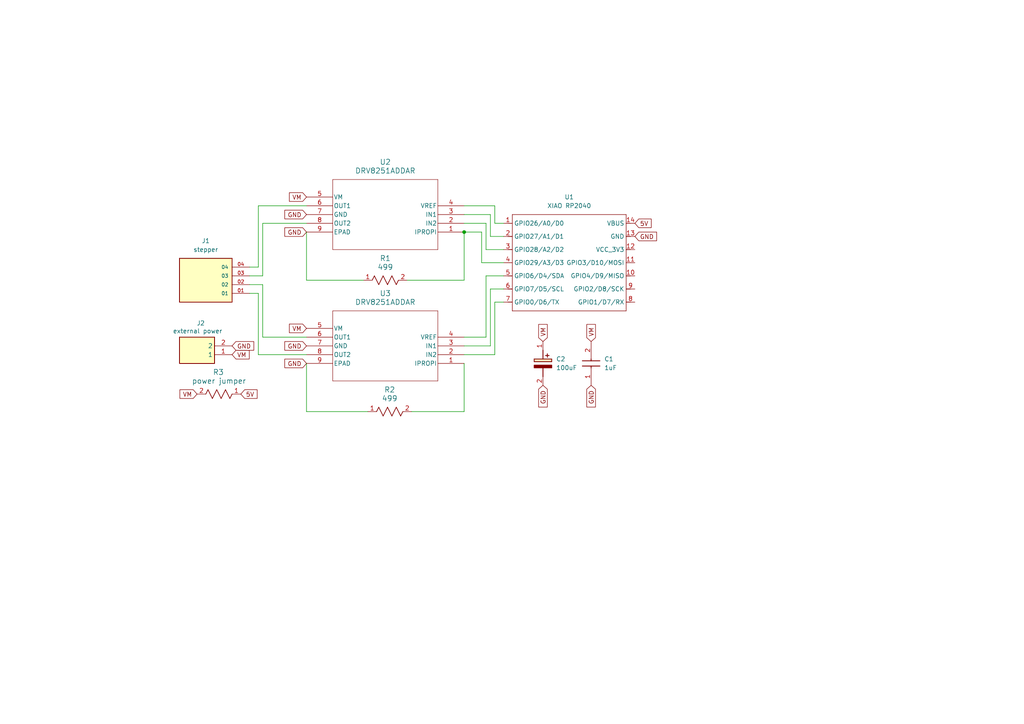
<source format=kicad_sch>
(kicad_sch (version 20250114) (generator "eeschema") (generator_version "9.0")
  (paper "A4")
  (lib_symbols
    (symbol "Neil:Capacitor 1206" (pin_names (hide yes))
      (property "Reference" "C" (at 8.89 6.35 0))
      (property "Value" "1uF" (at 8.89 3.81 0))
      (symbol "Capacitor 1206_1_1"
        (polyline (pts (xy 5.08 0) (xy 5.588 0)) (stroke (width 0.254)))
        (polyline (pts (xy 5.588 2.54) (xy 5.588 -2.54)) (stroke (width 0.254)))
        (polyline (pts (xy 7.112 2.54) (xy 7.112 -2.54)) (stroke (width 0.254)))
        (polyline (pts (xy 7.112 0) (xy 7.62 0)) (stroke (width 0.254)))
        (pin passive line (at 0 0 0) (length 5.08) (name "1") (number "1"))
        (pin passive line (at 12.7 0 180) (length 5.08) (name "2") (number "2"))
      )
    )
    (symbol "Neil:DRV8251ADDAR" (pin_names (offset 0.254))
      (property "Reference" "U" (at 22.86 10.16 0))
      (property "Value" "DRV8251ADDAR" (at 22.86 7.62 0))
      (symbol "DRV8251ADDAR_0_1"
        (polyline (pts (xy 7.62 5.08) (xy 7.62 -15.24)) (stroke (width 0.127)))
        (polyline (pts (xy 7.62 -15.24) (xy 38.1 -15.24)) (stroke (width 0.127)))
        (polyline (pts (xy 38.1 5.08) (xy 7.62 5.08)) (stroke (width 0.127)))
        (polyline (pts (xy 38.1 -15.24) (xy 38.1 5.08)) (stroke (width 0.127)))
        (pin power_in line (at 0 0 0) (length 7.62) (name "IPROPI") (number "1"))
        (pin input line (at 0 -2.54 0) (length 7.62) (name "IN2") (number "2"))
        (pin input line (at 0 -5.08 0) (length 7.62) (name "IN1") (number "3"))
        (pin power_in line (at 0 -7.62 0) (length 7.62) (name "VREF") (number "4"))
        (pin power_out line (at 45.72 0 180) (length 7.62) (name "EPAD") (number "9"))
        (pin output line (at 45.72 -2.54 180) (length 7.62) (name "OUT2") (number "8"))
        (pin power_out line (at 45.72 -5.08 180) (length 7.62) (name "GND") (number "7"))
        (pin output line (at 45.72 -7.62 180) (length 7.62) (name "OUT1") (number "6"))
        (pin power_in line (at 45.72 -10.16 180) (length 7.62) (name "VM") (number "5"))
      )
    )
    (symbol "Neil:Resistor 1206" (pin_names (offset 0.254))
      (property "Reference" "R" (at 5.715 3.81 0))
      (property "Value" "1k" (at 6.35 -3.81 0))
      (symbol "Resistor 1206_1_1"
        (polyline (pts (xy 2.54 0) (xy 3.175 1.27)) (stroke (width 0.2032)))
        (polyline (pts (xy 3.175 1.27) (xy 4.445 -1.27)) (stroke (width 0.2032)))
        (polyline (pts (xy 4.445 -1.27) (xy 5.715 1.27)) (stroke (width 0.2032)))
        (polyline (pts (xy 5.715 1.27) (xy 6.985 -1.27)) (stroke (width 0.2032)))
        (polyline (pts (xy 6.985 -1.27) (xy 8.255 1.27)) (stroke (width 0.2032)))
        (polyline (pts (xy 8.255 1.27) (xy 9.525 -1.27)) (stroke (width 0.2032)))
        (polyline (pts (xy 9.525 -1.27) (xy 10.16 0)) (stroke (width 0.2032)))
        (pin unspecified line (at 0 0 0) (length 2.54) (name "") (number "1"))
        (pin unspecified line (at 12.7 0 180) (length 2.54) (name "") (number "2"))
      )
      (symbol "Resistor 1206_1_2"
        (polyline (pts (xy -1.27 8.255) (xy 1.27 9.525)) (stroke (width 0.2032)))
        (polyline (pts (xy -1.27 5.715) (xy 1.27 6.985)) (stroke (width 0.2032)))
        (polyline (pts (xy -1.27 3.175) (xy 1.27 4.445)) (stroke (width 0.2032)))
        (polyline (pts (xy 0 2.54) (xy -1.27 3.175)) (stroke (width 0.2032)))
        (polyline (pts (xy 1.27 9.525) (xy 0 10.16)) (stroke (width 0.2032)))
        (polyline (pts (xy 1.27 6.985) (xy -1.27 8.255)) (stroke (width 0.2032)))
        (polyline (pts (xy 1.27 4.445) (xy -1.27 5.715)) (stroke (width 0.2032)))
        (pin unspecified line (at 0 12.7 270) (length 2.54) (name "") (number "1"))
        (pin unspecified line (at 0 0 90) (length 2.54) (name "") (number "2"))
      )
    )
    (symbol "Neil:XIAO RP2040"
      (property "Reference" "U" (at 1.016 2.794 0))
      (property "Value" "XIAO-RP2040" (at 7.62 1.016 0))
      (symbol "XIAO RP2040_1_0"
        (polyline (pts (xy 0 0) (xy 33.02 0)) (stroke (width 0.1524)))
        (polyline (pts (xy 0 -2.54) (xy -1.27 -2.54)) (stroke (width 0.1524)))
        (polyline (pts (xy 0 -2.54) (xy 0 0)) (stroke (width 0.1524)))
        (polyline (pts (xy 0 -6.35) (xy -1.27 -6.35)) (stroke (width 0.1524)))
        (polyline (pts (xy 0 -6.35) (xy 0 -2.54)) (stroke (width 0.1524)))
        (polyline (pts (xy 0 -10.16) (xy -1.27 -10.16)) (stroke (width 0.1524)))
        (polyline (pts (xy 0 -10.16) (xy 0 -6.35)) (stroke (width 0.1524)))
        (polyline (pts (xy 0 -13.97) (xy -1.27 -13.97)) (stroke (width 0.1524)))
        (polyline (pts (xy 0 -13.97) (xy 0 -10.16)) (stroke (width 0.1524)))
        (polyline (pts (xy 0 -17.78) (xy -1.27 -17.78)) (stroke (width 0.1524)))
        (polyline (pts (xy 0 -21.59) (xy -1.27 -21.59)) (stroke (width 0.1524)))
        (polyline (pts (xy 0 -25.4) (xy -1.27 -25.4)) (stroke (width 0.1524)))
        (polyline (pts (xy 0 -27.94) (xy 0 -13.97)) (stroke (width 0.1524)))
        (polyline (pts (xy 33.02 0) (xy 33.02 -2.54)) (stroke (width 0.1524)))
        (polyline (pts (xy 33.02 -2.54) (xy 33.02 -6.35)) (stroke (width 0.1524)))
        (polyline (pts (xy 33.02 -6.35) (xy 33.02 -10.16)) (stroke (width 0.1524)))
        (polyline (pts (xy 33.02 -10.16) (xy 33.02 -27.94)) (stroke (width 0.1524)))
        (polyline (pts (xy 33.02 -27.94) (xy 0 -27.94)) (stroke (width 0.1524)))
        (polyline (pts (xy 34.29 -2.54) (xy 33.02 -2.54)) (stroke (width 0.1524)))
        (polyline (pts (xy 34.29 -6.35) (xy 33.02 -6.35)) (stroke (width 0.1524)))
        (polyline (pts (xy 34.29 -10.16) (xy 33.02 -10.16)) (stroke (width 0.1524)))
        (polyline (pts (xy 34.29 -13.97) (xy 33.02 -13.97)) (stroke (width 0.1524)))
        (polyline (pts (xy 34.29 -17.78) (xy 33.02 -17.78)) (stroke (width 0.1524)))
        (polyline (pts (xy 34.29 -21.59) (xy 33.02 -21.59)) (stroke (width 0.1524)))
        (polyline (pts (xy 34.29 -25.4) (xy 33.02 -25.4)) (stroke (width 0.1524)))
        (pin passive line (at -2.54 -2.54 0) (length 2.54) (name "GPIO26/A0/D0") (number "1"))
        (pin passive line (at -2.54 -6.35 0) (length 2.54) (name "GPIO27/A1/D1") (number "2"))
        (pin passive line (at -2.54 -10.16 0) (length 2.54) (name "GPIO28/A2/D2") (number "3"))
        (pin passive line (at -2.54 -13.97 0) (length 2.54) (name "GPIO29/A3/D3") (number "4"))
        (pin passive line (at -2.54 -17.78 0) (length 2.54) (name "GPIO6/D4/SDA") (number "5"))
        (pin passive line (at -2.54 -21.59 0) (length 2.54) (name "GPIO7/D5/SCL") (number "6"))
        (pin passive line (at -2.54 -25.4 0) (length 2.54) (name "GPIO0/D6/TX") (number "7"))
        (pin passive line (at 35.56 -2.54 180) (length 2.54) (name "VBUS") (number "14"))
        (pin passive line (at 35.56 -6.35 180) (length 2.54) (name "GND") (number "13"))
        (pin passive line (at 35.56 -10.16 180) (length 2.54) (name "VCC_3V3") (number "12"))
        (pin passive line (at 35.56 -13.97 180) (length 2.54) (name "GPIO3/D10/MOSI") (number "11"))
        (pin passive line (at 35.56 -17.78 180) (length 2.54) (name "GPIO4/D9/MISO") (number "10"))
        (pin passive line (at 35.56 -21.59 180) (length 2.54) (name "GPIO2/D8/SCK") (number "9"))
        (pin passive line (at 35.56 -25.4 180) (length 2.54) (name "GPIO1/D7/RX") (number "8"))
      )
    )
    (symbol "Neil:capacitor 0.26x0.26" (pin_names (hide yes))
      (property "Reference" "C" (at 8.89 6.35 0))
      (property "Value" "100uF" (at 8.89 3.81 0))
      (symbol "capacitor 0.26x0.26_1_1"
        (polyline (pts (xy 2.54 0) (xy 5.08 0)) (stroke (width 0.254)))
        (polyline (pts (xy 4.064 1.778) (xy 4.064 0.762)) (stroke (width 0.254)))
        (polyline (pts (xy 4.572 1.27) (xy 3.556 1.27)) (stroke (width 0.254)))
        (rectangle (start 5.08 2.54) (end 5.842 -2.54) (stroke (width 0.254)) (fill (type background)))
        (polyline (pts (xy 7.62 2.54) (xy 7.62 -2.54) (xy 6.858 -2.54) (xy 6.858 2.54) (xy 7.62 2.54)) (stroke (width 0.254)) (fill (type outline)))
        (polyline (pts (xy 7.62 0) (xy 10.16 0)) (stroke (width 0.254)))
        (pin passive line (at 0 0 0) (length 2.54) (name "+") (number "1"))
        (pin passive line (at 12.7 0 180) (length 2.54) (name "-") (number "2"))
      )
    )
    (symbol "Neil:right angle 2 pins"
      (property "Reference" "J" (at 16.51 7.62 0))
      (property "Value" "right angle 2" (at 16.51 5.08 0))
      (symbol "right angle 2 pins_1_1"
        (rectangle (start 5.08 2.54) (end 15.24 -5.08) (stroke (width 0.254)) (fill (type background)))
        (pin passive line (at 0 0 0) (length 5.08) (name "1") (number "1"))
        (pin passive line (at 0 -2.54 0) (length 5.08) (name "2") (number "2"))
      )
    )
    (symbol "Neil:right angle header 4 pins" (pin_names (offset 1.016))
      (property "Reference" "J" (at -8.12 7.62 0))
      (property "Value" "right angle header 4 pins" (at -7.62 -7.62 0))
      (symbol "right angle header 4 pins_0_0"
        (rectangle (start -7.62 -5.08) (end 7.62 7.62) (stroke (width 0.254)) (fill (type background)))
        (pin passive line (at -12.7 5.08 0) (length 5.08) (name "01") (number "01"))
        (pin passive line (at -12.7 2.54 0) (length 5.08) (name "02") (number "02"))
        (pin passive line (at -12.7 0 0) (length 5.08) (name "03") (number "03"))
        (pin passive line (at -12.7 -2.54 0) (length 5.08) (name "04") (number "04"))
      )
    )
  )
  (junction (at 134.62 67.31))
  (wire (pts (xy 76.2 80.01) (xy 72.39 80.01)))
  (wire (pts (xy 76.2 64.77) (xy 76.2 80.01)))
  (wire (pts (xy 134.62 62.23) (xy 142.24 62.23)))
  (wire (pts (xy 106.68 119.38) (xy 88.9 119.38)))
  (wire (pts (xy 139.7 76.2) (xy 146.05 76.2)))
  (wire (pts (xy 118.11 81.28) (xy 134.62 81.28)))
  (wire (pts (xy 88.9 81.28) (xy 88.9 67.31)))
  (wire (pts (xy 134.62 97.79) (xy 140.97 97.79)))
  (wire (pts (xy 134.62 100.33) (xy 142.24 100.33)))
  (wire (pts (xy 74.93 77.47) (xy 72.39 77.47)))
  (wire (pts (xy 143.51 59.69) (xy 143.51 64.77)))
  (wire (pts (xy 88.9 119.38) (xy 88.9 105.41)))
  (wire (pts (xy 134.62 67.31) (xy 139.7 67.31)))
  (wire (pts (xy 142.24 83.82) (xy 146.05 83.82)))
  (wire (pts (xy 134.62 119.38) (xy 134.62 105.41)))
  (wire (pts (xy 88.9 64.77) (xy 76.2 64.77)))
  (wire (pts (xy 140.97 97.79) (xy 140.97 80.01)))
  (wire (pts (xy 74.93 102.87) (xy 74.93 85.09)))
  (wire (pts (xy 88.9 59.69) (xy 74.93 59.69)))
  (wire (pts (xy 143.51 64.77) (xy 146.05 64.77)))
  (wire (pts (xy 88.9 97.79) (xy 76.2 97.79)))
  (wire (pts (xy 142.24 100.33) (xy 142.24 83.82)))
  (wire (pts (xy 134.62 102.87) (xy 143.51 102.87)))
  (wire (pts (xy 143.51 87.63) (xy 146.05 87.63)))
  (wire (pts (xy 142.24 68.58) (xy 146.05 68.58)))
  (wire (pts (xy 134.62 59.69) (xy 143.51 59.69)))
  (wire (pts (xy 134.62 81.28) (xy 134.62 67.31)))
  (wire (pts (xy 105.41 81.28) (xy 88.9 81.28)))
  (wire (pts (xy 140.97 64.77) (xy 140.97 72.39)))
  (wire (pts (xy 140.97 80.01) (xy 146.05 80.01)))
  (wire (pts (xy 139.7 67.31) (xy 139.7 76.2)))
  (wire (pts (xy 143.51 102.87) (xy 143.51 87.63)))
  (wire (pts (xy 140.97 72.39) (xy 146.05 72.39)))
  (wire (pts (xy 76.2 97.79) (xy 76.2 82.55)))
  (wire (pts (xy 88.9 102.87) (xy 74.93 102.87)))
  (wire (pts (xy 134.62 64.77) (xy 140.97 64.77)))
  (wire (pts (xy 74.93 59.69) (xy 74.93 77.47)))
  (wire (pts (xy 142.24 62.23) (xy 142.24 68.58)))
  (wire (pts (xy 76.2 82.55) (xy 72.39 82.55)))
  (wire (pts (xy 74.93 85.09) (xy 72.39 85.09)))
  (wire (pts (xy 119.38 119.38) (xy 134.62 119.38)))
  (global_label "VM" (shape input) (at 171.45 99.06 90) (property "Intersheetrefs" "${INTERSHEET_REFS}" (effects (hide yes))))
  (global_label "VM" (shape input) (at 157.48 99.06 90) (property "Intersheetrefs" "${INTERSHEET_REFS}" (effects (hide yes))))
  (global_label "VM" (shape input) (at 67.31 102.87 0) (property "Intersheetrefs" "${INTERSHEET_REFS}" (effects (hide yes))))
  (global_label "5V" (shape input) (at 184.15 64.77 0) (property "Intersheetrefs" "${INTERSHEET_REFS}" (effects (hide yes))))
  (global_label "GND" (shape input) (at 88.9 105.41 180) (property "Intersheetrefs" "${INTERSHEET_REFS}" (effects (hide yes))))
  (global_label "GND" (shape input) (at 88.9 67.31 180) (property "Intersheetrefs" "${INTERSHEET_REFS}" (effects (hide yes))))
  (global_label "GND" (shape input) (at 157.48 111.76 270) (property "Intersheetrefs" "${INTERSHEET_REFS}" (effects (hide yes))))
  (global_label "GND" (shape input) (at 88.9 100.33 180) (property "Intersheetrefs" "${INTERSHEET_REFS}" (effects (hide yes))))
  (global_label "VM" (shape input) (at 57.15 114.3 180) (property "Intersheetrefs" "${INTERSHEET_REFS}" (effects (hide yes))))
  (global_label "GND" (shape input) (at 171.45 111.76 270) (property "Intersheetrefs" "${INTERSHEET_REFS}" (effects (hide yes))))
  (global_label "GND" (shape input) (at 88.9 62.23 180) (property "Intersheetrefs" "${INTERSHEET_REFS}" (effects (hide yes))))
  (global_label "GND" (shape input) (at 184.15 68.58 0) (property "Intersheetrefs" "${INTERSHEET_REFS}" (effects (hide yes))))
  (global_label "VM" (shape input) (at 88.9 57.15 180) (property "Intersheetrefs" "${INTERSHEET_REFS}" (effects (hide yes))))
  (global_label "5V" (shape input) (at 69.85 114.3 0) (property "Intersheetrefs" "${INTERSHEET_REFS}" (effects (hide yes))))
  (global_label "GND" (shape input) (at 67.31 100.33 0) (property "Intersheetrefs" "${INTERSHEET_REFS}" (effects (hide yes))))
  (global_label "VM" (shape input) (at 88.9 95.25 180) (property "Intersheetrefs" "${INTERSHEET_REFS}" (effects (hide yes))))
  (symbol (lib_id "Neil:DRV8251ADDAR") (at 134.62 105.41 180) (unit 1)
    (property "Reference" "U3" (at 111.76 85.09 0) (effects (font (size 1.524 1.524))))
    (property "Value" "DRV8251ADDAR" (at 111.76 87.63 0) (effects (font (size 1.524 1.524))))
    (property "Footprint" "Neil:DRV8251ADDAR" (effects (hide yes)))
    (property "Datasheet" "DRV8251ADDAR" (effects (hide yes)))
  )
  (symbol (lib_id "Neil:right angle 2 pins") (at 67.31 102.87 180) (unit 1)
    (property "Reference" "J2" (at 59.436 93.726 0) (effects (justify left)))
    (property "Value" "external power" (at 64.516 96.012 0) (effects (justify left)))
    (property "Footprint" "Neil:right angle header 2 pins" (effects (hide yes)))
    (property "Datasheet" "http://suddendocs.samtec.com/prints/tsm-1xx-xx-xxx-xx-x-xxx-x-mkt.pdf" (effects (hide yes)))
    (property "Description" "2 Position, Dual-Row, .100&quot; Surface Mount Terminal Strip, Single-Row Vertical" (effects (hide yes)))
    (property "Manufacturer_Name" "SAMTEC" (effects (hide yes)))
    (property "Manufacturer_Part_Number" "TSM-102-02-H-SH" (effects (hide yes)))
  )
  (symbol (lib_id "Neil:Resistor 1206") (at 106.68 119.38 0) (unit 1)
    (property "Reference" "R2" (at 113.03 113.03 0) (effects (font (size 1.524 1.524))))
    (property "Value" "499" (at 113.03 115.57 0) (effects (font (size 1.524 1.524))))
    (property "Footprint" "Neil:Resistor 1206" (effects (hide yes)))
    (property "Datasheet" "RC1206FR-071KL" (effects (hide yes)))
  )
  (symbol (lib_id "Neil:Resistor 1206") (at 69.85 114.3 180) (unit 1)
    (property "Reference" "R3" (at 61.722 107.95 0) (effects (font (size 1.524 1.524)) (justify right)))
    (property "Value" "power jumper" (at 55.626 110.49 0) (effects (font (size 1.524 1.524)) (justify right)))
    (property "Footprint" "Neil:Resistor 1206" (effects (hide yes)))
    (property "Datasheet" "RC1206FR-071KL" (effects (hide yes)))
  )
  (symbol (lib_id "Neil:XIAO RP2040") (at 148.59 62.23 0) (unit 1)
    (property "Reference" "U1" (at 165.1 57.15 0))
    (property "Value" "XIAO RP2040" (at 165.1 59.69 0))
    (property "Footprint" "Neil:XIAO-RP2040-SMD" (effects (hide yes)))
  )
  (symbol (lib_id "Neil:right angle header 4 pins") (at 59.69 80.01 180) (unit 1)
    (property "Reference" "J1" (at 59.69 69.85 0))
    (property "Value" "stepper" (at 59.69 72.39 0))
    (property "Footprint" "Neil:right angle header 4 pins" (effects (hide yes)))
    (property "MF" "Samtec" (effects (hide yes)))
    (property "Description_1" "Connector Header Surface Mount, Right Angle 4 position 0.100 (2.54mm)" (effects (hide yes)))
    (property "Package" "None" (effects (hide yes)))
    (property "Price" "None" (effects (hide yes)))
    (property "Check_prices" "https://www.snapeda.com/parts/TSM-104-01-S-SH-K-TR/Samtec/view-part/?ref=eda" (effects (hide yes)))
    (property "STANDARD" "Manufacturer Recommendations" (effects (hide yes)))
    (property "PARTREV" "R" (effects (hide yes)))
    (property "SnapEDA_Link" "https://www.snapeda.com/parts/TSM-104-01-S-SH-K-TR/Samtec/view-part/?ref=snap" (effects (hide yes)))
    (property "MP" "TSM-104-01-S-SH-K-TR" (effects (hide yes)))
    (property "Availability" "In Stock" (effects (hide yes)))
    (property "MANUFACTURER" "Samtec" (effects (hide yes)))
  )
  (symbol (lib_id "Neil:Capacitor 1206") (at 171.45 111.76 90) (unit 1)
    (property "Reference" "C1" (at 175.26 104.1399 90) (effects (justify right)))
    (property "Value" "1uF" (at 175.26 106.6799 90) (effects (justify right)))
    (property "Footprint" "Neil:Resistor 1206" (effects (hide yes)))
    (property "Datasheet" "https://product.tdk.com/info/en/catalog/datasheets/mlcc_commercial_midvoltage_en.pdf" (effects (hide yes)))
    (property "Description" "1206 X7R ceramic capacitor 50V 1uF TDK C3216 C 1uF Ceramic Multilayer Capacitor, 50 V dc X7R Dielectric +/-10% SMD" (effects (hide yes)))
    (property "Height" "1.8" (effects (hide yes)))
    (property "Manufacturer_Name" "TDK" (effects (hide yes)))
    (property "Manufacturer_Part_Number" "C3216X7R1H105K160AB" (effects (hide yes)))
    (property "Mouser Part Number" "810-C3216X7R1H105K" (effects (hide yes)))
    (property "Mouser Price/Stock" "https://www.mouser.co.uk/ProductDetail/TDK/C3216X7R1H105K160AB?qs=NRhsANhppD9o2v7nR8CCQg%3D%3D" (effects (hide yes)))
    (property "Arrow Part Number" "C3216X7R1H105K160AB" (effects (hide yes)))
    (property "Arrow Price/Stock" "https://www.arrow.com/en/products/c3216x7r1h105k160ab/tdk?region=nac" (effects (hide yes)))
  )
  (symbol (lib_id "Neil:Resistor 1206") (at 105.41 81.28 0) (unit 1)
    (property "Reference" "R1" (at 111.76 74.93 0) (effects (font (size 1.524 1.524))))
    (property "Value" "499" (at 111.76 77.47 0) (effects (font (size 1.524 1.524))))
    (property "Footprint" "Neil:Resistor 1206" (effects (hide yes)))
    (property "Datasheet" "RC1206FR-071KL" (effects (hide yes)))
  )
  (symbol (lib_id "Neil:capacitor 0.26x0.26") (at 157.48 99.06 270) (unit 1)
    (property "Reference" "C2" (at 161.29 104.1399 90) (effects (justify left)))
    (property "Value" "100uF" (at 161.29 106.6799 90) (effects (justify left)))
    (property "Footprint" "Neil:EEEHP1H4R7P" (effects (hide yes)))
    (property "Datasheet" "http://industrial.panasonic.com/cdbs/www-data/pdf/RDE0000/RDE0000C1266.pdf" (effects (hide yes)))
    (property "Description" "Aluminum Electrolytic Capacitors - SMD 25VDC 100uF 20% 6.3x5.8mm AEC-Q200" (effects (hide yes)))
    (property "Manufacturer_Name" "Panasonic" (effects (hide yes)))
    (property "Manufacturer_Part_Number" "EEE-FN1E101UL" (effects (hide yes)))
    (property "Mouser Part Number" "667-EEE-FN1E101UL" (effects (hide yes)))
    (property "Mouser Price/Stock" "https://www.mouser.co.uk/ProductDetail/Panasonic/EEE-FN1E101UL?qs=vmHwEFxEFR%2FTCY6hshedlQ%3D%3D" (effects (hide yes)))
    (property "Arrow Part Number" "EEE-FN1E101UL" (effects (hide yes)))
    (property "Arrow Price/Stock" "https://www.arrow.com/en/products/eee-fn1e101ul/panasonic?region=nac" (effects (hide yes)))
  )
  (symbol (lib_id "Neil:DRV8251ADDAR") (at 134.62 67.31 180) (unit 1)
    (property "Reference" "U2" (at 111.76 46.99 0) (effects (font (size 1.524 1.524))))
    (property "Value" "DRV8251ADDAR" (at 111.76 49.53 0) (effects (font (size 1.524 1.524))))
    (property "Footprint" "Neil:DRV8251ADDAR" (effects (hide yes)))
    (property "Datasheet" "DRV8251ADDAR" (effects (hide yes)))
  )
)
</source>
